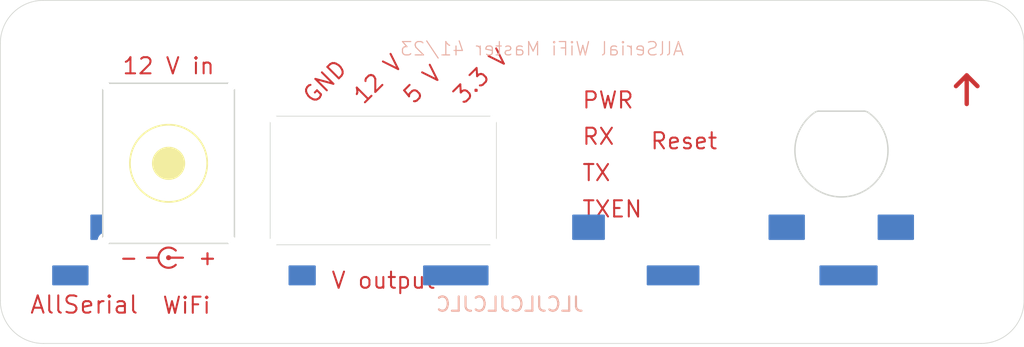
<source format=kicad_pcb>
(kicad_pcb (version 20240108) (generator "pcbnew") (generator_version "8.0")
  (layers (0 "F.Cu" signal) (31 "B.Cu" signal) (34 "B.Paste" user) (35 "F.Paste" user) (36 "B.SilkS" user "B.Silkscreen") (37 "F.SilkS" user "F.Silkscreen") (38 "B.Mask" user) (39 "F.Mask" user) (44 "Edge.Cuts" user))
  (net 0 "")
  (footprint "" (layer "F.Cu") (at 157.433 100.019)
    (property "Reference" "@HOLE2" (hide yes))
    (property "Value" "" (at 0 0 0) (layer "F.SilkS") (effects (font (size 1.27 1.27))))
    (pad "" np_thru_hole circle (at 0 0) (size 2 2) (drill 2) (layers "*.Cu" "*.Mask"))
  )
  (footprint "" (layer "F.Cu") (at 157.433 105.099)
    (property "Reference" "@HOLE4" (hide yes))
    (property "Value" "" (at 0 0 0) (layer "F.SilkS") (effects (font (size 1.27 1.27))))
    (pad "" np_thru_hole circle (at 0 0) (size 2 2) (drill 2) (layers "*.Cu" "*.Mask"))
  )
  (footprint "AllSerial_Front:Frontpanel_2_Holes" (layer "F.Cu") (at 154.433 114.739)
    (property "Reference" "E$3" (hide yes))
    (property "Value" "" (hide yes))
    (fp_line (start -35.75 -3) (end -35.75 -21) (stroke (width 0.05)) (layer "Edge.Cuts"))
    (fp_line (start -32.75 -24) (end 32.75 -24) (stroke (width 0.05)) (layer "Edge.Cuts"))
    (fp_line (start 32.75 0) (end -32.75 0) (stroke (width 0.05)) (layer "Edge.Cuts"))
    (fp_line (start 35.75 -21) (end 35.75 -3) (stroke (width 0.05)) (layer "Edge.Cuts"))
    (fp_arc (start -35.75 -21) (mid -34.87132 -23.12132) (end -32.75 -24) (stroke (width 0.05)) (layer "Edge.Cuts"))
    (fp_arc (start -32.75 0) (mid -34.87132 -0.87868) (end -35.75 -3) (stroke (width 0.05)) (layer "Edge.Cuts"))
    (fp_arc (start 32.75 -24) (mid 34.87132 -23.12132) (end 35.75 -21) (stroke (width 0.05)) (layer "Edge.Cuts"))
    (fp_arc (start 35.75 -3) (mid 34.87132 -0.87868) (end 32.75 0) (stroke (width 0.05)) (layer "Edge.Cuts"))
    (fp_text user "AllSerial" (at -33.75 -2 0) (layer "F.Cu") (effects (font (size 1.2065 1.2065) (thickness 0.1397)) (justify left bottom)))
    (pad "" np_thru_hole circle (at -31.75 -12) (size 3.2 3.2) (drill 3.2) (layers "*.Cu" "*.Mask"))
    (pad "" np_thru_hole circle (at 31.75 -12) (size 3.2 3.2) (drill 3.2) (layers "*.Cu" "*.Mask"))
  )
  (footprint "AllSerial_Front:Metz_PT11304HBBN_182" (layer "F.Cu") (at 145.433 114.739)
    (property "Reference" "E$2" (hide yes))
    (property "Value" "" (hide yes))
    (fp_line (start -7.9 -15.7) (end -7.9 -7.2) (stroke (width 0.05)) (layer "Edge.Cuts"))
    (fp_line (start -7.7 -6.9) (end 7.7 -6.9) (stroke (width 0.05)) (layer "Edge.Cuts"))
    (fp_line (start 7.7 -15.9) (end -7.7 -15.9) (stroke (width 0.05)) (layer "Edge.Cuts"))
    (fp_line (start 7.9 -7.2) (end 7.9 -15.7) (stroke (width 0.05)) (layer "Edge.Cuts"))
    (fp_arc (start -7.9 -15.7) (mid -7.841421 -15.841421) (end -7.7 -15.9) (stroke (width 0.05)) (layer "Edge.Cuts"))
    (fp_arc (start -7.7 -6.9) (mid -7.862131 -7.008579) (end -7.9 -7.2) (stroke (width 0.05)) (layer "Edge.Cuts"))
    (fp_arc (start 7.7 -15.9) (mid 7.841421 -15.841421) (end 7.9 -15.7) (stroke (width 0.05)) (layer "Edge.Cuts"))
    (fp_arc (start 7.899999 -7.199999) (mid 7.841906 -7.022062) (end 7.7 -6.9) (stroke (width 0.05)) (layer "Edge.Cuts"))
    (pad "" np_thru_hole circle (at -7.7 -15.7) (size 0.6 0.6) (drill 0.6) (layers "*.Cu" "*.Mask"))
    (pad "" np_thru_hole circle (at -7.7 -7.1) (size 0.6 0.6) (drill 0.6) (layers "*.Cu" "*.Mask"))
    (pad "" np_thru_hole circle (at 7.7 -15.7) (size 0.6 0.6) (drill 0.6) (layers "*.Cu" "*.Mask"))
    (pad "" np_thru_hole circle (at 7.7 -7.1) (size 0.6 0.6) (drill 0.6) (layers "*.Cu" "*.Mask"))
    (zone (net 0) (net_name "") (layer "B.Cu") (connect_pads (clearance 0)) (min_thickness 0.25)
      (keepout (tracks not_allowed) (vias not_allowed) (pads not_allowed) (copperpour not_allowed) (footprints allowed))
      (fill (thermal_gap 0.5) (thermal_bridge_width 0.5))
      (polygon (pts (xy 137.333 98.639) (xy 153.533 98.639) (xy 153.533 107.939) (xy 137.333 107.939)))
    )
  )
  (footprint "" (layer "F.Cu") (at 166.433 103.939)
    (property "Reference" "@HOLE0" (hide yes))
    (property "Value" "" (at 0 0 0) (layer "F.SilkS") (effects (font (size 1.27 1.27))))
    (pad "" np_thru_hole circle (at 0 0) (size 4.2 4.2) (drill 4.2) (layers "*.Cu" "*.Mask"))
  )
  (footprint "" (layer "F.Cu") (at 157.433 97.479)
    (property "Reference" "@HOLE1" (hide yes))
    (property "Value" "" (at 0 0 0) (layer "F.SilkS") (effects (font (size 1.27 1.27))))
    (pad "" np_thru_hole circle (at 0 0) (size 2 2) (drill 2) (layers "*.Cu" "*.Mask"))
  )
  (footprint "AllSerial:DC-front" (layer "F.Cu") (at 130.433 102.139)
    (property "Reference" "REF**" (hide yes))
    (property "Value" "DC-front" (hide yes))
    (fp_circle (center 0 0) (end 1.1 0) (stroke (width 0.12)) (fill solid) (layer "F.SilkS"))
    (fp_circle (center 0 0) (end 2.7 0) (stroke (width 0.12)) (fill none) (layer "F.SilkS"))
    (fp_line (start -4.6 -5.1) (end -4.6 5.1) (stroke (width 0.1)) (layer "Edge.Cuts"))
    (fp_line (start -4.1 -5.6) (end 4.1 -5.6) (stroke (width 0.1)) (layer "Edge.Cuts"))
    (fp_line (start -4.1 5.6) (end 4.1 5.6) (stroke (width 0.1)) (layer "Edge.Cuts"))
    (fp_line (start 4.6 -5.1) (end 4.6 5.1) (stroke (width 0.1)) (layer "Edge.Cuts"))
    (fp_arc (start -4.6 -5.1) (mid -4.453553 -5.453553) (end -4.1 -5.6) (stroke (width 0.1)) (layer "Edge.Cuts"))
    (fp_arc (start -4.1 5.6) (mid -4.453553 5.453553) (end -4.6 5.1) (stroke (width 0.1)) (layer "Edge.Cuts"))
    (fp_arc (start 4.1 -5.6) (mid 4.453553 -5.453553) (end 4.6 -5.1) (stroke (width 0.1)) (layer "Edge.Cuts"))
    (fp_arc (start 4.6 5.1) (mid 4.453553 5.453553) (end 4.1 5.6) (stroke (width 0.1)) (layer "Edge.Cuts"))
    (pad "" np_thru_hole circle (at -4.4 -5.4) (size 0.6 0.6) (drill 0.6) (layers "*.Cu" "*.Mask"))
    (pad "" np_thru_hole circle (at -4.4 5.4) (size 0.6 0.6) (drill 0.6) (layers "*.Cu" "*.Mask"))
    (pad "" np_thru_hole circle (at 4.4 -5.4) (size 0.6 0.6) (drill 0.6) (layers "*.Cu" "*.Mask"))
    (pad "" np_thru_hole circle (at 4.4 5.4) (size 0.6 0.6) (drill 0.6) (layers "*.Cu" "*.Mask"))
  )
  (footprint "" (layer "F.Cu") (at 157.433 102.559)
    (property "Reference" "@HOLE3" (hide yes))
    (property "Value" "" (at 0 0 0) (layer "F.SilkS") (effects (font (size 1.27 1.27))))
    (pad "" np_thru_hole circle (at 0 0) (size 2 2) (drill 2) (layers "*.Cu" "*.Mask"))
  )
  (gr_arc (start 130.932999 109.238999) (mid 129.725898 108.739) (end 130.932999 108.239001) (stroke (width 0.15)) (layer "F.Cu"))
  (gr_line (start 129.725895 108.739) (end 128.933 108.739) (stroke (width 0.15)) (layer "F.Cu"))
  (gr_circle (center 130.433 108.739) (end 130.533 108.739) (stroke (width 0.15)) (fill none) (layer "F.Cu"))
  (gr_line (start 130.433 108.739) (end 131.433 108.739) (stroke (width 0.15)) (layer "F.Cu"))
  (gr_arc (start 175.564101 103.898) (mid 174.182913 101.239001) (end 175.5641 98.580001) (stroke (width 0.1)) (layer "Edge.Cuts"))
  (gr_line (start 179.014099 98.489) (end 175.8521 98.489) (stroke (width 0.1)) (layer "Edge.Cuts"))
  (gr_arc (start 179.014098 98.489) (mid 179.165143 98.512211) (end 179.302098 98.58) (stroke (width 0.1)) (layer "Edge.Cuts"))
  (gr_arc (start 175.5641 98.58) (mid 175.701062 98.512223) (end 175.8521 98.489) (stroke (width 0.1)) (layer "Edge.Cuts"))
  (gr_arc (start 179.302096 98.580004) (mid 180.092096 103.107997) (end 175.564102 103.897996) (stroke (width 0.1)) (layer "Edge.Cuts"))
  (gr_text "3.3 V" (at 150.567 97.721 45) (layer "F.Cu") (effects (font (size 1.1303 1.1303) (thickness 0.1397)) (justify left)))
  (gr_text "-" (at 126.933 108.739 0) (layer "F.Cu") (effects (font (size 1 1)) (justify left)))
  (gr_text "PWR" (at 159.259 97.721 0) (layer "F.Cu") (effects (font (size 1.1303 1.1303) (thickness 0.1397)) (justify left)))
  (gr_text "12 V" (at 143.567 97.721 45) (layer "F.Cu") (effects (font (size 1.1303 1.1303) (thickness 0.1397)) (justify left)))
  (gr_text "RX" (at 159.259 100.261 0) (layer "F.Cu") (effects (font (size 1.1303 1.1303) (thickness 0.1397)) (justify left)))
  (gr_text "V output" (at 145.433 110.989 0) (layer "F.Cu") (effects (font (size 1.1303 1.1303) (thickness 0.1397)) (justify bottom)))
  (gr_text "12 V in" (at 130.433 95.989 0) (layer "F.Cu") (effects (font (size 1.1303 1.1303) (thickness 0.1397)) (justify bottom)))
  (gr_text "TXEN" (at 159.259 105.341 0) (layer "F.Cu") (effects (font (size 1.1303 1.1303) (thickness 0.1397)) (justify left)))
  (gr_text "Reset" (at 166.433 101.239 0) (layer "F.Cu") (effects (font (size 1.1303 1.1303) (thickness 0.1397)) (justify bottom)))
  (gr_text "+" (at 132.433 108.739 0) (layer "F.Cu") (effects (font (size 1 1)) (justify left)))
  (gr_text "5 V" (at 147.067 97.721 45) (layer "F.Cu") (effects (font (size 1.1303 1.1303) (thickness 0.1397)) (justify left)))
  (gr_text "GND" (at 140.067 97.721 45) (layer "F.Cu") (effects (font (size 1.1303 1.1303) (thickness 0.1397)) (justify left)))
  (gr_text "WiFi" (at 129.933 112.739 0) (layer "F.Cu") (effects (font (size 1.1303 1.1303) (thickness 0.1397)) (justify left bottom)))
  (gr_text "TX" (at 159.259 102.801 0) (layer "F.Cu") (effects (font (size 1.1303 1.1303) (thickness 0.1397)) (justify left)))
  (gr_text "AllSerial WiFi Master 41/23" (at 166.498 94.673 0) (layer "B.SilkS") (effects (font (size 0.93472 0.93472) (thickness 0.08128)) (justify left bottom mirror)))
  (gr_text "JLCJLCJLCJLC" (at 159.513 112.58 0) (layer "B.SilkS") (effects (font (size 1 1)) (justify left bottom mirror)))
  (segment (start 186.183 95.989) (end 186.933 96.739) (width 0.3048) (layer "F.Cu") (net 0))
  (segment (start 186.183 95.989) (end 185.433 96.739) (width 0.3048) (layer "F.Cu") (net 0))
  (segment (start 186.183 97.989) (end 186.183 95.989) (width 0.3048) (layer "F.Cu") (net 0))
  (zone (net 0) (net_name "") (layer "B.Cu") (priority 6) (connect_pads (clearance 0.000001)) (min_thickness 0.127) (fill yes (thermal_gap 0.304) (thermal_bridge_width 0.304))
    (polygon (pts (xy 124.842 110.675) (xy 122.302 110.675) (xy 122.302 109.278) (xy 124.842 109.278)))
  )
  (zone (net 0) (net_name "") (layer "B.Cu") (priority 6) (connect_pads (clearance 0.000001)) (min_thickness 0.127) (fill yes (thermal_gap 0.304) (thermal_bridge_width 0.304))
    (polygon (pts (xy 126.493 107.5) (xy 124.969 107.5) (xy 124.969 105.722) (xy 126.493 105.722)))
  )
  (zone (net 0) (net_name "") (layer "B.Cu") (priority 6) (connect_pads (clearance 0.000001)) (min_thickness 0.127) (fill yes (thermal_gap 0.304) (thermal_bridge_width 0.304))
    (polygon (pts (xy 152.782 110.675) (xy 148.21 110.675) (xy 148.21 109.278) (xy 152.782 109.278)))
  )
  (zone (net 0) (net_name "") (layer "B.Cu") (priority 6) (connect_pads (clearance 0.000001)) (min_thickness 0.127) (fill yes (thermal_gap 0.304) (thermal_bridge_width 0.304))
    (polygon (pts (xy 140.717 110.675) (xy 138.812 110.675) (xy 138.812 109.278) (xy 140.717 109.278)))
  )
  (zone (net 0) (net_name "") (layer "B.Cu") (priority 6) (connect_pads (clearance 0.000001)) (min_thickness 0.127) (fill yes (thermal_gap 0.304) (thermal_bridge_width 0.304))
    (polygon (pts (xy 179.96 110.675) (xy 175.896 110.675) (xy 175.896 109.278) (xy 179.96 109.278)))
  )
  (zone (net 0) (net_name "") (layer "B.Cu") (priority 6) (connect_pads (clearance 0.000001)) (min_thickness 0.127) (fill yes (thermal_gap 0.304) (thermal_bridge_width 0.304))
    (polygon (pts (xy 174.88 107.5) (xy 172.34 107.5) (xy 172.34 105.722) (xy 174.88 105.722)))
  )
  (zone (net 0) (net_name "") (layer "B.Cu") (priority 6) (connect_pads (clearance 0.000001)) (min_thickness 0.127) (fill yes (thermal_gap 0.304) (thermal_bridge_width 0.304))
    (polygon (pts (xy 160.91 107.5) (xy 158.624 107.5) (xy 158.624 105.722) (xy 160.91 105.722)))
  )
  (zone (net 0) (net_name "") (layer "B.Cu") (priority 6) (connect_pads (clearance 0.000001)) (min_thickness 0.127) (fill yes (thermal_gap 0.304) (thermal_bridge_width 0.304))
    (polygon (pts (xy 167.514 110.675) (xy 163.831 110.675) (xy 163.831 109.278) (xy 167.514 109.278)))
  )
  (zone (net 0) (net_name "") (layer "B.Cu") (priority 6) (connect_pads (clearance 0.000001)) (min_thickness 0.127) (fill yes (thermal_gap 0.304) (thermal_bridge_width 0.304))
    (polygon (pts (xy 182.5 107.5) (xy 179.96 107.5) (xy 179.96 105.722) (xy 182.5 105.722)))
  )
)
</source>
